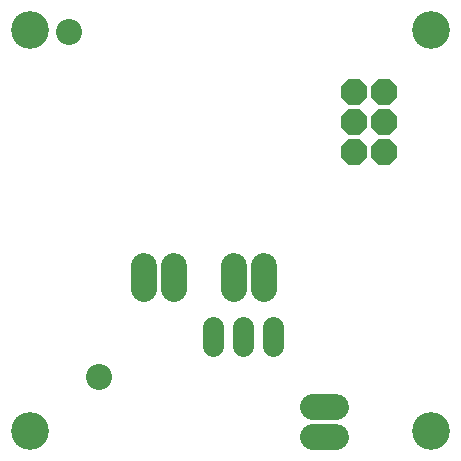
<source format=gbr>
G04 EAGLE Gerber RS-274X export*
G75*
%MOMM*%
%FSLAX34Y34*%
%LPD*%
%INSoldermask Bottom*%
%IPPOS*%
%AMOC8*
5,1,8,0,0,1.08239X$1,22.5*%
G01*
G04 Define Apertures*
%ADD10C,3.203200*%
%ADD11P,2.40204X8X112.5*%
%ADD12C,2.219200*%
%ADD13C,1.803200*%
%ADD14C,2.203200*%
D10*
X30000Y30000D03*
X370000Y370000D03*
X370000Y30000D03*
X30000Y370000D03*
D11*
X304800Y266700D03*
X330200Y266700D03*
X304800Y292100D03*
X330200Y292100D03*
X304800Y317500D03*
X330200Y317500D03*
D12*
X203200Y170080D02*
X203200Y149920D01*
X228600Y149920D02*
X228600Y170080D01*
X127000Y170080D02*
X127000Y149920D01*
X152400Y149920D02*
X152400Y170080D01*
X269320Y50800D02*
X289480Y50800D01*
X289480Y25400D02*
X269320Y25400D01*
D13*
X235400Y102000D02*
X235400Y118000D01*
X210000Y118000D02*
X210000Y102000D01*
X184600Y102000D02*
X184600Y118000D01*
D14*
X88900Y76200D03*
X63500Y368300D03*
M02*

</source>
